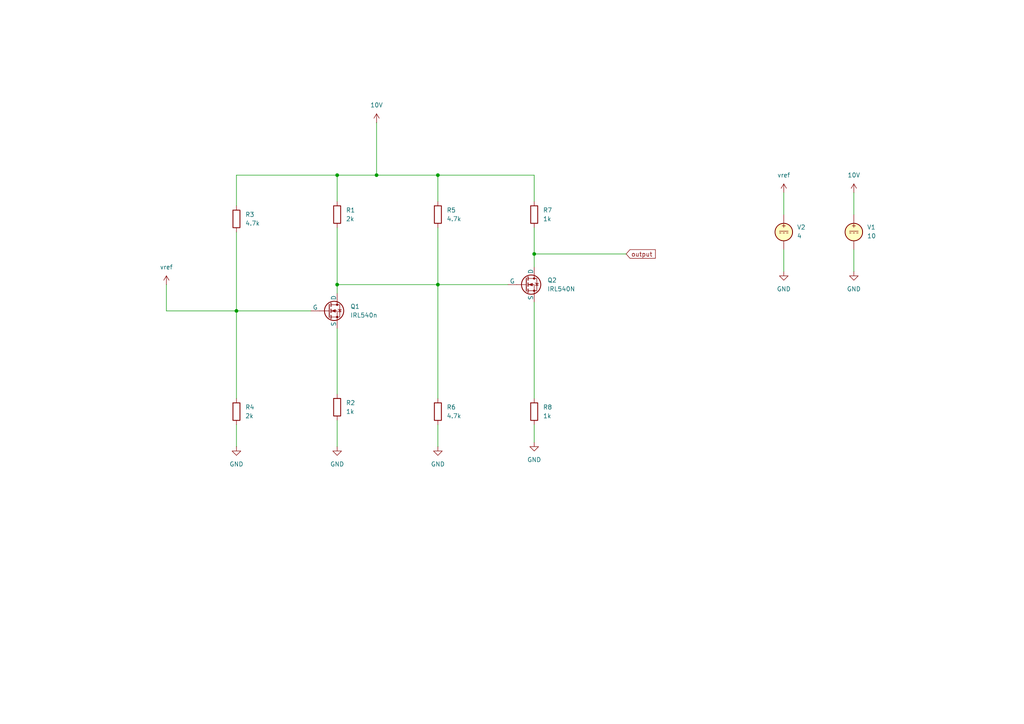
<source format=kicad_sch>
(kicad_sch
	(version 20231120)
	(generator "eeschema")
	(generator_version "8.0")
	(uuid "c7cafd06-2618-4a27-b4ee-9b1c09f6865f")
	(paper "A4")
	(title_block
		(title "ESP_32_MoSFET_ Amplifier")
		(date "2024-03-11")
		(company "R L Jalappa Institute of Technology")
		(comment 1 "batch : 2022")
		(comment 2 "ECE SEM III")
		(comment 3 "K M Yadukrishnan")
		(comment 7 "batch : 2022")
		(comment 8 "ECE SEM III")
		(comment 9 "K M Yadukrishnan")
	)
	(lib_symbols
		(symbol "Device:R"
			(pin_numbers hide)
			(pin_names
				(offset 0)
			)
			(exclude_from_sim no)
			(in_bom yes)
			(on_board yes)
			(property "Reference" "R"
				(at 2.032 0 90)
				(effects
					(font
						(size 1.27 1.27)
					)
				)
			)
			(property "Value" "R"
				(at 0 0 90)
				(effects
					(font
						(size 1.27 1.27)
					)
				)
			)
			(property "Footprint" ""
				(at -1.778 0 90)
				(effects
					(font
						(size 1.27 1.27)
					)
					(hide yes)
				)
			)
			(property "Datasheet" "~"
				(at 0 0 0)
				(effects
					(font
						(size 1.27 1.27)
					)
					(hide yes)
				)
			)
			(property "Description" "Resistor"
				(at 0 0 0)
				(effects
					(font
						(size 1.27 1.27)
					)
					(hide yes)
				)
			)
			(property "ki_keywords" "R res resistor"
				(at 0 0 0)
				(effects
					(font
						(size 1.27 1.27)
					)
					(hide yes)
				)
			)
			(property "ki_fp_filters" "R_*"
				(at 0 0 0)
				(effects
					(font
						(size 1.27 1.27)
					)
					(hide yes)
				)
			)
			(symbol "R_0_1"
				(rectangle
					(start -1.016 -2.54)
					(end 1.016 2.54)
					(stroke
						(width 0.254)
						(type default)
					)
					(fill
						(type none)
					)
				)
			)
			(symbol "R_1_1"
				(pin passive line
					(at 0 3.81 270)
					(length 1.27)
					(name "~"
						(effects
							(font
								(size 1.27 1.27)
							)
						)
					)
					(number "1"
						(effects
							(font
								(size 1.27 1.27)
							)
						)
					)
				)
				(pin passive line
					(at 0 -3.81 90)
					(length 1.27)
					(name "~"
						(effects
							(font
								(size 1.27 1.27)
							)
						)
					)
					(number "2"
						(effects
							(font
								(size 1.27 1.27)
							)
						)
					)
				)
			)
		)
		(symbol "Simulation_SPICE:NMOS"
			(pin_numbers hide)
			(pin_names
				(offset 0)
			)
			(exclude_from_sim no)
			(in_bom yes)
			(on_board yes)
			(property "Reference" "Q"
				(at 5.08 1.27 0)
				(effects
					(font
						(size 1.27 1.27)
					)
					(justify left)
				)
			)
			(property "Value" "NMOS"
				(at 5.08 -1.27 0)
				(effects
					(font
						(size 1.27 1.27)
					)
					(justify left)
				)
			)
			(property "Footprint" ""
				(at 5.08 2.54 0)
				(effects
					(font
						(size 1.27 1.27)
					)
					(hide yes)
				)
			)
			(property "Datasheet" "https://ngspice.sourceforge.io/docs/ngspice-html-manual/manual.xhtml#cha_MOSFETs"
				(at 0 -12.7 0)
				(effects
					(font
						(size 1.27 1.27)
					)
					(hide yes)
				)
			)
			(property "Description" "N-MOSFET transistor, drain/source/gate"
				(at 0 0 0)
				(effects
					(font
						(size 1.27 1.27)
					)
					(hide yes)
				)
			)
			(property "Sim.Device" "NMOS"
				(at 0 -17.145 0)
				(effects
					(font
						(size 1.27 1.27)
					)
					(hide yes)
				)
			)
			(property "Sim.Type" "VDMOS"
				(at 0 -19.05 0)
				(effects
					(font
						(size 1.27 1.27)
					)
					(hide yes)
				)
			)
			(property "Sim.Pins" "1=D 2=G 3=S"
				(at 0 -15.24 0)
				(effects
					(font
						(size 1.27 1.27)
					)
					(hide yes)
				)
			)
			(property "ki_keywords" "transistor NMOS N-MOS N-MOSFET simulation"
				(at 0 0 0)
				(effects
					(font
						(size 1.27 1.27)
					)
					(hide yes)
				)
			)
			(symbol "NMOS_0_1"
				(polyline
					(pts
						(xy 0.254 0) (xy -2.54 0)
					)
					(stroke
						(width 0)
						(type default)
					)
					(fill
						(type none)
					)
				)
				(polyline
					(pts
						(xy 0.254 1.905) (xy 0.254 -1.905)
					)
					(stroke
						(width 0.254)
						(type default)
					)
					(fill
						(type none)
					)
				)
				(polyline
					(pts
						(xy 0.762 -1.27) (xy 0.762 -2.286)
					)
					(stroke
						(width 0.254)
						(type default)
					)
					(fill
						(type none)
					)
				)
				(polyline
					(pts
						(xy 0.762 0.508) (xy 0.762 -0.508)
					)
					(stroke
						(width 0.254)
						(type default)
					)
					(fill
						(type none)
					)
				)
				(polyline
					(pts
						(xy 0.762 2.286) (xy 0.762 1.27)
					)
					(stroke
						(width 0.254)
						(type default)
					)
					(fill
						(type none)
					)
				)
				(polyline
					(pts
						(xy 2.54 2.54) (xy 2.54 1.778)
					)
					(stroke
						(width 0)
						(type default)
					)
					(fill
						(type none)
					)
				)
				(polyline
					(pts
						(xy 2.54 -2.54) (xy 2.54 0) (xy 0.762 0)
					)
					(stroke
						(width 0)
						(type default)
					)
					(fill
						(type none)
					)
				)
				(polyline
					(pts
						(xy 0.762 -1.778) (xy 3.302 -1.778) (xy 3.302 1.778) (xy 0.762 1.778)
					)
					(stroke
						(width 0)
						(type default)
					)
					(fill
						(type none)
					)
				)
				(polyline
					(pts
						(xy 1.016 0) (xy 2.032 0.381) (xy 2.032 -0.381) (xy 1.016 0)
					)
					(stroke
						(width 0)
						(type default)
					)
					(fill
						(type outline)
					)
				)
				(polyline
					(pts
						(xy 2.794 0.508) (xy 2.921 0.381) (xy 3.683 0.381) (xy 3.81 0.254)
					)
					(stroke
						(width 0)
						(type default)
					)
					(fill
						(type none)
					)
				)
				(polyline
					(pts
						(xy 3.302 0.381) (xy 2.921 -0.254) (xy 3.683 -0.254) (xy 3.302 0.381)
					)
					(stroke
						(width 0)
						(type default)
					)
					(fill
						(type none)
					)
				)
				(circle
					(center 1.651 0)
					(radius 2.794)
					(stroke
						(width 0.254)
						(type default)
					)
					(fill
						(type none)
					)
				)
				(circle
					(center 2.54 -1.778)
					(radius 0.254)
					(stroke
						(width 0)
						(type default)
					)
					(fill
						(type outline)
					)
				)
				(circle
					(center 2.54 1.778)
					(radius 0.254)
					(stroke
						(width 0)
						(type default)
					)
					(fill
						(type outline)
					)
				)
			)
			(symbol "NMOS_1_1"
				(pin passive line
					(at 2.54 5.08 270)
					(length 2.54)
					(name "D"
						(effects
							(font
								(size 1.27 1.27)
							)
						)
					)
					(number "1"
						(effects
							(font
								(size 1.27 1.27)
							)
						)
					)
				)
				(pin input line
					(at -5.08 0 0)
					(length 2.54)
					(name "G"
						(effects
							(font
								(size 1.27 1.27)
							)
						)
					)
					(number "2"
						(effects
							(font
								(size 1.27 1.27)
							)
						)
					)
				)
				(pin passive line
					(at 2.54 -5.08 90)
					(length 2.54)
					(name "S"
						(effects
							(font
								(size 1.27 1.27)
							)
						)
					)
					(number "3"
						(effects
							(font
								(size 1.27 1.27)
							)
						)
					)
				)
			)
		)
		(symbol "Simulation_SPICE:VDC"
			(pin_numbers hide)
			(pin_names
				(offset 0.0254)
			)
			(exclude_from_sim no)
			(in_bom yes)
			(on_board yes)
			(property "Reference" "V"
				(at 2.54 2.54 0)
				(effects
					(font
						(size 1.27 1.27)
					)
					(justify left)
				)
			)
			(property "Value" "1"
				(at 2.54 0 0)
				(effects
					(font
						(size 1.27 1.27)
					)
					(justify left)
				)
			)
			(property "Footprint" ""
				(at 0 0 0)
				(effects
					(font
						(size 1.27 1.27)
					)
					(hide yes)
				)
			)
			(property "Datasheet" "https://ngspice.sourceforge.io/docs/ngspice-html-manual/manual.xhtml#sec_Independent_Sources_for"
				(at 0 0 0)
				(effects
					(font
						(size 1.27 1.27)
					)
					(hide yes)
				)
			)
			(property "Description" "Voltage source, DC"
				(at 0 0 0)
				(effects
					(font
						(size 1.27 1.27)
					)
					(hide yes)
				)
			)
			(property "Sim.Pins" "1=+ 2=-"
				(at 0 0 0)
				(effects
					(font
						(size 1.27 1.27)
					)
					(hide yes)
				)
			)
			(property "Sim.Type" "DC"
				(at 0 0 0)
				(effects
					(font
						(size 1.27 1.27)
					)
					(hide yes)
				)
			)
			(property "Sim.Device" "V"
				(at 0 0 0)
				(effects
					(font
						(size 1.27 1.27)
					)
					(justify left)
					(hide yes)
				)
			)
			(property "ki_keywords" "simulation"
				(at 0 0 0)
				(effects
					(font
						(size 1.27 1.27)
					)
					(hide yes)
				)
			)
			(symbol "VDC_0_0"
				(polyline
					(pts
						(xy -1.27 0.254) (xy 1.27 0.254)
					)
					(stroke
						(width 0)
						(type default)
					)
					(fill
						(type none)
					)
				)
				(polyline
					(pts
						(xy -0.762 -0.254) (xy -1.27 -0.254)
					)
					(stroke
						(width 0)
						(type default)
					)
					(fill
						(type none)
					)
				)
				(polyline
					(pts
						(xy 0.254 -0.254) (xy -0.254 -0.254)
					)
					(stroke
						(width 0)
						(type default)
					)
					(fill
						(type none)
					)
				)
				(polyline
					(pts
						(xy 1.27 -0.254) (xy 0.762 -0.254)
					)
					(stroke
						(width 0)
						(type default)
					)
					(fill
						(type none)
					)
				)
				(text "+"
					(at 0 1.905 0)
					(effects
						(font
							(size 1.27 1.27)
						)
					)
				)
			)
			(symbol "VDC_0_1"
				(circle
					(center 0 0)
					(radius 2.54)
					(stroke
						(width 0.254)
						(type default)
					)
					(fill
						(type background)
					)
				)
			)
			(symbol "VDC_1_1"
				(pin passive line
					(at 0 5.08 270)
					(length 2.54)
					(name "~"
						(effects
							(font
								(size 1.27 1.27)
							)
						)
					)
					(number "1"
						(effects
							(font
								(size 1.27 1.27)
							)
						)
					)
				)
				(pin passive line
					(at 0 -5.08 90)
					(length 2.54)
					(name "~"
						(effects
							(font
								(size 1.27 1.27)
							)
						)
					)
					(number "2"
						(effects
							(font
								(size 1.27 1.27)
							)
						)
					)
				)
			)
		)
		(symbol "power:+2V5"
			(power)
			(pin_numbers hide)
			(pin_names
				(offset 0) hide)
			(exclude_from_sim no)
			(in_bom yes)
			(on_board yes)
			(property "Reference" "#PWR"
				(at 0 -3.81 0)
				(effects
					(font
						(size 1.27 1.27)
					)
					(hide yes)
				)
			)
			(property "Value" "+2V5"
				(at 0 3.556 0)
				(effects
					(font
						(size 1.27 1.27)
					)
				)
			)
			(property "Footprint" ""
				(at 0 0 0)
				(effects
					(font
						(size 1.27 1.27)
					)
					(hide yes)
				)
			)
			(property "Datasheet" ""
				(at 0 0 0)
				(effects
					(font
						(size 1.27 1.27)
					)
					(hide yes)
				)
			)
			(property "Description" "Power symbol creates a global label with name \"+2V5\""
				(at 0 0 0)
				(effects
					(font
						(size 1.27 1.27)
					)
					(hide yes)
				)
			)
			(property "ki_keywords" "global power"
				(at 0 0 0)
				(effects
					(font
						(size 1.27 1.27)
					)
					(hide yes)
				)
			)
			(symbol "+2V5_0_1"
				(polyline
					(pts
						(xy -0.762 1.27) (xy 0 2.54)
					)
					(stroke
						(width 0)
						(type default)
					)
					(fill
						(type none)
					)
				)
				(polyline
					(pts
						(xy 0 0) (xy 0 2.54)
					)
					(stroke
						(width 0)
						(type default)
					)
					(fill
						(type none)
					)
				)
				(polyline
					(pts
						(xy 0 2.54) (xy 0.762 1.27)
					)
					(stroke
						(width 0)
						(type default)
					)
					(fill
						(type none)
					)
				)
			)
			(symbol "+2V5_1_1"
				(pin power_in line
					(at 0 0 90)
					(length 0)
					(name "~"
						(effects
							(font
								(size 1.27 1.27)
							)
						)
					)
					(number "1"
						(effects
							(font
								(size 1.27 1.27)
							)
						)
					)
				)
			)
		)
		(symbol "power:GND"
			(power)
			(pin_numbers hide)
			(pin_names
				(offset 0) hide)
			(exclude_from_sim no)
			(in_bom yes)
			(on_board yes)
			(property "Reference" "#PWR"
				(at 0 -6.35 0)
				(effects
					(font
						(size 1.27 1.27)
					)
					(hide yes)
				)
			)
			(property "Value" "GND"
				(at 0 -3.81 0)
				(effects
					(font
						(size 1.27 1.27)
					)
				)
			)
			(property "Footprint" ""
				(at 0 0 0)
				(effects
					(font
						(size 1.27 1.27)
					)
					(hide yes)
				)
			)
			(property "Datasheet" ""
				(at 0 0 0)
				(effects
					(font
						(size 1.27 1.27)
					)
					(hide yes)
				)
			)
			(property "Description" "Power symbol creates a global label with name \"GND\" , ground"
				(at 0 0 0)
				(effects
					(font
						(size 1.27 1.27)
					)
					(hide yes)
				)
			)
			(property "ki_keywords" "global power"
				(at 0 0 0)
				(effects
					(font
						(size 1.27 1.27)
					)
					(hide yes)
				)
			)
			(symbol "GND_0_1"
				(polyline
					(pts
						(xy 0 0) (xy 0 -1.27) (xy 1.27 -1.27) (xy 0 -2.54) (xy -1.27 -1.27) (xy 0 -1.27)
					)
					(stroke
						(width 0)
						(type default)
					)
					(fill
						(type none)
					)
				)
			)
			(symbol "GND_1_1"
				(pin power_in line
					(at 0 0 270)
					(length 0)
					(name "~"
						(effects
							(font
								(size 1.27 1.27)
							)
						)
					)
					(number "1"
						(effects
							(font
								(size 1.27 1.27)
							)
						)
					)
				)
			)
		)
		(symbol "power:VDD"
			(power)
			(pin_numbers hide)
			(pin_names
				(offset 0) hide)
			(exclude_from_sim no)
			(in_bom yes)
			(on_board yes)
			(property "Reference" "#PWR"
				(at 0 -3.81 0)
				(effects
					(font
						(size 1.27 1.27)
					)
					(hide yes)
				)
			)
			(property "Value" "VDD"
				(at 0 3.556 0)
				(effects
					(font
						(size 1.27 1.27)
					)
				)
			)
			(property "Footprint" ""
				(at 0 0 0)
				(effects
					(font
						(size 1.27 1.27)
					)
					(hide yes)
				)
			)
			(property "Datasheet" ""
				(at 0 0 0)
				(effects
					(font
						(size 1.27 1.27)
					)
					(hide yes)
				)
			)
			(property "Description" "Power symbol creates a global label with name \"VDD\""
				(at 0 0 0)
				(effects
					(font
						(size 1.27 1.27)
					)
					(hide yes)
				)
			)
			(property "ki_keywords" "global power"
				(at 0 0 0)
				(effects
					(font
						(size 1.27 1.27)
					)
					(hide yes)
				)
			)
			(symbol "VDD_0_1"
				(polyline
					(pts
						(xy -0.762 1.27) (xy 0 2.54)
					)
					(stroke
						(width 0)
						(type default)
					)
					(fill
						(type none)
					)
				)
				(polyline
					(pts
						(xy 0 0) (xy 0 2.54)
					)
					(stroke
						(width 0)
						(type default)
					)
					(fill
						(type none)
					)
				)
				(polyline
					(pts
						(xy 0 2.54) (xy 0.762 1.27)
					)
					(stroke
						(width 0)
						(type default)
					)
					(fill
						(type none)
					)
				)
			)
			(symbol "VDD_1_1"
				(pin power_in line
					(at 0 0 90)
					(length 0)
					(name "~"
						(effects
							(font
								(size 1.27 1.27)
							)
						)
					)
					(number "1"
						(effects
							(font
								(size 1.27 1.27)
							)
						)
					)
				)
			)
		)
	)
	(junction
		(at 127 82.55)
		(diameter 0)
		(color 0 0 0 0)
		(uuid "6047a21a-37c8-4dcc-9907-808588ee4a23")
	)
	(junction
		(at 97.79 50.8)
		(diameter 0)
		(color 0 0 0 0)
		(uuid "6a339ee2-797f-4395-83cc-2afa4e5a8761")
	)
	(junction
		(at 68.58 90.17)
		(diameter 0)
		(color 0 0 0 0)
		(uuid "92ba31d3-dcd9-4094-b880-308962748ef8")
	)
	(junction
		(at 154.94 73.66)
		(diameter 0)
		(color 0 0 0 0)
		(uuid "9ba0ec7d-6b9d-44d8-85c4-62af0b403818")
	)
	(junction
		(at 97.79 82.55)
		(diameter 0)
		(color 0 0 0 0)
		(uuid "b97f5138-af2b-459a-b2fe-a40326810d61")
	)
	(junction
		(at 109.22 50.8)
		(diameter 0)
		(color 0 0 0 0)
		(uuid "cd777dea-9c7b-447f-9b14-e621d7ed791c")
	)
	(junction
		(at 127 50.8)
		(diameter 0)
		(color 0 0 0 0)
		(uuid "eb834942-743e-490e-b3d1-05fb50aa0117")
	)
	(wire
		(pts
			(xy 97.79 82.55) (xy 97.79 85.09)
		)
		(stroke
			(width 0)
			(type default)
		)
		(uuid "018bd894-bf6b-4b12-ab97-fb4699705adc")
	)
	(wire
		(pts
			(xy 154.94 123.19) (xy 154.94 128.27)
		)
		(stroke
			(width 0)
			(type default)
		)
		(uuid "1510c31c-12e7-4a6b-a33a-8f46552b9088")
	)
	(wire
		(pts
			(xy 68.58 67.31) (xy 68.58 90.17)
		)
		(stroke
			(width 0)
			(type default)
		)
		(uuid "21fc560b-61c0-40f6-a476-c8d4d908d587")
	)
	(wire
		(pts
			(xy 97.79 50.8) (xy 109.22 50.8)
		)
		(stroke
			(width 0)
			(type default)
		)
		(uuid "252d6ffa-607d-48db-be3b-090fc19fbad7")
	)
	(wire
		(pts
			(xy 68.58 90.17) (xy 90.17 90.17)
		)
		(stroke
			(width 0)
			(type default)
		)
		(uuid "25369340-e6c3-4e04-bc87-038ebedec77c")
	)
	(wire
		(pts
			(xy 147.32 82.55) (xy 127 82.55)
		)
		(stroke
			(width 0)
			(type default)
		)
		(uuid "316514bf-a36f-44ff-9bfc-780d6daa4a4c")
	)
	(wire
		(pts
			(xy 97.79 58.42) (xy 97.79 50.8)
		)
		(stroke
			(width 0)
			(type default)
		)
		(uuid "3a634167-4299-4cd9-941e-bec105d28a0b")
	)
	(wire
		(pts
			(xy 48.26 90.17) (xy 68.58 90.17)
		)
		(stroke
			(width 0)
			(type default)
		)
		(uuid "44140d9f-00bc-4121-a409-887fbadcd71b")
	)
	(wire
		(pts
			(xy 227.33 55.88) (xy 227.33 62.23)
		)
		(stroke
			(width 0)
			(type default)
		)
		(uuid "477a11a8-46bc-49e8-8044-70ec78137dab")
	)
	(wire
		(pts
			(xy 68.58 50.8) (xy 97.79 50.8)
		)
		(stroke
			(width 0)
			(type default)
		)
		(uuid "610d407f-b2d8-402d-b0f9-c295ef68a809")
	)
	(wire
		(pts
			(xy 127 82.55) (xy 127 115.57)
		)
		(stroke
			(width 0)
			(type default)
		)
		(uuid "834cbb7a-b63b-4eb6-b84a-26c8363dbe50")
	)
	(wire
		(pts
			(xy 154.94 73.66) (xy 181.61 73.66)
		)
		(stroke
			(width 0)
			(type default)
		)
		(uuid "9049c389-fe44-48d1-afd5-a07e9f91fc3a")
	)
	(wire
		(pts
			(xy 154.94 73.66) (xy 154.94 77.47)
		)
		(stroke
			(width 0)
			(type default)
		)
		(uuid "94630632-3c01-4d3b-9e9e-92ca37f07793")
	)
	(wire
		(pts
			(xy 97.79 95.25) (xy 97.79 114.3)
		)
		(stroke
			(width 0)
			(type default)
		)
		(uuid "95e60247-b4f5-4df1-b5fd-dc3267c6f45f")
	)
	(wire
		(pts
			(xy 154.94 50.8) (xy 127 50.8)
		)
		(stroke
			(width 0)
			(type default)
		)
		(uuid "9703a630-d029-4ae1-ba49-1abc8cb210ea")
	)
	(wire
		(pts
			(xy 68.58 123.19) (xy 68.58 129.54)
		)
		(stroke
			(width 0)
			(type default)
		)
		(uuid "99f60751-385b-4af1-bd09-0eefbd552ff3")
	)
	(wire
		(pts
			(xy 154.94 66.04) (xy 154.94 73.66)
		)
		(stroke
			(width 0)
			(type default)
		)
		(uuid "9af483eb-87dc-4f06-9a08-99a0ee319643")
	)
	(wire
		(pts
			(xy 247.65 72.39) (xy 247.65 78.74)
		)
		(stroke
			(width 0)
			(type default)
		)
		(uuid "9d0219c7-c45a-49d3-af39-4c2bf7902e42")
	)
	(wire
		(pts
			(xy 127 82.55) (xy 97.79 82.55)
		)
		(stroke
			(width 0)
			(type default)
		)
		(uuid "9d81f2d7-9ff2-4bcf-96d2-e1684020ee63")
	)
	(wire
		(pts
			(xy 227.33 72.39) (xy 227.33 78.74)
		)
		(stroke
			(width 0)
			(type default)
		)
		(uuid "a1a3ddee-e206-4a58-a598-8aa6d48e5c4e")
	)
	(wire
		(pts
			(xy 109.22 35.56) (xy 109.22 50.8)
		)
		(stroke
			(width 0)
			(type default)
		)
		(uuid "ae5fc8ba-f0e6-4806-9318-c1d5eee2c109")
	)
	(wire
		(pts
			(xy 154.94 58.42) (xy 154.94 50.8)
		)
		(stroke
			(width 0)
			(type default)
		)
		(uuid "b063e0b5-7cd5-4f4b-8b3b-15df6a870100")
	)
	(wire
		(pts
			(xy 247.65 55.88) (xy 247.65 62.23)
		)
		(stroke
			(width 0)
			(type default)
		)
		(uuid "b74541ec-2e99-4e73-9a62-da9616beb300")
	)
	(wire
		(pts
			(xy 68.58 90.17) (xy 68.58 115.57)
		)
		(stroke
			(width 0)
			(type default)
		)
		(uuid "b8621847-461a-4bc4-b1ee-bb1ddf08d94b")
	)
	(wire
		(pts
			(xy 68.58 50.8) (xy 68.58 59.69)
		)
		(stroke
			(width 0)
			(type default)
		)
		(uuid "bfdcbce0-ba56-4fe6-9d8e-42ae223efa45")
	)
	(wire
		(pts
			(xy 109.22 50.8) (xy 127 50.8)
		)
		(stroke
			(width 0)
			(type default)
		)
		(uuid "c6fb1236-60ec-40bc-bea4-cf2330759f03")
	)
	(wire
		(pts
			(xy 48.26 82.55) (xy 48.26 90.17)
		)
		(stroke
			(width 0)
			(type default)
		)
		(uuid "caf550fd-f122-47d3-9f1e-5d48f3e64c97")
	)
	(wire
		(pts
			(xy 127 66.04) (xy 127 82.55)
		)
		(stroke
			(width 0)
			(type default)
		)
		(uuid "db39e514-98c8-403c-99a4-21be6f1e206a")
	)
	(wire
		(pts
			(xy 97.79 121.92) (xy 97.79 129.54)
		)
		(stroke
			(width 0)
			(type default)
		)
		(uuid "dfd8d477-6b2f-4211-b6a0-f617089f3118")
	)
	(wire
		(pts
			(xy 127 58.42) (xy 127 50.8)
		)
		(stroke
			(width 0)
			(type default)
		)
		(uuid "ecadbdac-38dd-4f0e-b8e5-4278c6676f02")
	)
	(wire
		(pts
			(xy 97.79 66.04) (xy 97.79 82.55)
		)
		(stroke
			(width 0)
			(type default)
		)
		(uuid "f5eefb06-a42d-4485-bf85-51f3b696c44c")
	)
	(wire
		(pts
			(xy 127 123.19) (xy 127 129.54)
		)
		(stroke
			(width 0)
			(type default)
		)
		(uuid "f74cde91-d2d6-461e-97c3-af2311357442")
	)
	(wire
		(pts
			(xy 154.94 87.63) (xy 154.94 115.57)
		)
		(stroke
			(width 0)
			(type default)
		)
		(uuid "f867f8ff-56b5-476c-84d3-1e5bceabf764")
	)
	(global_label "output"
		(shape input)
		(at 181.61 73.66 0)
		(fields_autoplaced yes)
		(effects
			(font
				(size 1.27 1.27)
			)
			(justify left)
		)
		(uuid "ac9b58a5-2665-406a-8850-0e36cc187f4e")
		(property "Intersheetrefs" "${INTERSHEET_REFS}"
			(at 190.6426 73.66 0)
			(effects
				(font
					(size 1.27 1.27)
				)
				(justify left)
				(hide yes)
			)
		)
	)
	(symbol
		(lib_id "Simulation_SPICE:VDC")
		(at 247.65 67.31 0)
		(unit 1)
		(exclude_from_sim no)
		(in_bom yes)
		(on_board yes)
		(dnp no)
		(fields_autoplaced yes)
		(uuid "084d22b8-0c12-458f-87b8-97fea805f5bf")
		(property "Reference" "V1"
			(at 251.46 65.9101 0)
			(effects
				(font
					(size 1.27 1.27)
				)
				(justify left)
			)
		)
		(property "Value" "10"
			(at 251.46 68.4501 0)
			(effects
				(font
					(size 1.27 1.27)
				)
				(justify left)
			)
		)
		(property "Footprint" ""
			(at 247.65 67.31 0)
			(effects
				(font
					(size 1.27 1.27)
				)
				(hide yes)
			)
		)
		(property "Datasheet" "https://ngspice.sourceforge.io/docs/ngspice-html-manual/manual.xhtml#sec_Independent_Sources_for"
			(at 247.65 67.31 0)
			(effects
				(font
					(size 1.27 1.27)
				)
				(hide yes)
			)
		)
		(property "Description" "Voltage source, DC"
			(at 247.65 67.31 0)
			(effects
				(font
					(size 1.27 1.27)
				)
				(hide yes)
			)
		)
		(property "Sim.Pins" "1=+ 2=-"
			(at 247.65 67.31 0)
			(effects
				(font
					(size 1.27 1.27)
				)
				(hide yes)
			)
		)
		(property "Sim.Type" "DC"
			(at 247.65 67.31 0)
			(effects
				(font
					(size 1.27 1.27)
				)
				(hide yes)
			)
		)
		(property "Sim.Device" "V"
			(at 247.65 67.31 0)
			(effects
				(font
					(size 1.27 1.27)
				)
				(justify left)
				(hide yes)
			)
		)
		(pin "1"
			(uuid "23cf9f1c-5f19-4ead-9579-fbe64cffb2b9")
		)
		(pin "2"
			(uuid "670f9c2a-9a5b-4599-a0a6-1316148c73bc")
		)
		(instances
			(project "trial"
				(path "/c7cafd06-2618-4a27-b4ee-9b1c09f6865f"
					(reference "V1")
					(unit 1)
				)
			)
		)
	)
	(symbol
		(lib_id "power:+2V5")
		(at 48.26 82.55 0)
		(unit 1)
		(exclude_from_sim no)
		(in_bom yes)
		(on_board yes)
		(dnp no)
		(fields_autoplaced yes)
		(uuid "13b6f9b1-29ca-4c38-9409-306cd0af3f8d")
		(property "Reference" "#PWR02"
			(at 48.26 86.36 0)
			(effects
				(font
					(size 1.27 1.27)
				)
				(hide yes)
			)
		)
		(property "Value" "vref"
			(at 48.26 77.47 0)
			(effects
				(font
					(size 1.27 1.27)
				)
			)
		)
		(property "Footprint" ""
			(at 48.26 82.55 0)
			(effects
				(font
					(size 1.27 1.27)
				)
				(hide yes)
			)
		)
		(property "Datasheet" ""
			(at 48.26 82.55 0)
			(effects
				(font
					(size 1.27 1.27)
				)
				(hide yes)
			)
		)
		(property "Description" "Power symbol creates a global label with name \"+2V5\""
			(at 48.26 82.55 0)
			(effects
				(font
					(size 1.27 1.27)
				)
				(hide yes)
			)
		)
		(pin "1"
			(uuid "64a06681-ebb2-489b-bf40-6dae7975d485")
		)
		(instances
			(project "trial"
				(path "/c7cafd06-2618-4a27-b4ee-9b1c09f6865f"
					(reference "#PWR02")
					(unit 1)
				)
			)
		)
	)
	(symbol
		(lib_id "Device:R")
		(at 68.58 63.5 0)
		(unit 1)
		(exclude_from_sim no)
		(in_bom yes)
		(on_board yes)
		(dnp no)
		(fields_autoplaced yes)
		(uuid "1bf3db98-0656-4024-80f7-e1ee98c73f3b")
		(property "Reference" "R3"
			(at 71.12 62.2299 0)
			(effects
				(font
					(size 1.27 1.27)
				)
				(justify left)
			)
		)
		(property "Value" "4.7k"
			(at 71.12 64.7699 0)
			(effects
				(font
					(size 1.27 1.27)
				)
				(justify left)
			)
		)
		(property "Footprint" ""
			(at 66.802 63.5 90)
			(effects
				(font
					(size 1.27 1.27)
				)
				(hide yes)
			)
		)
		(property "Datasheet" "~"
			(at 68.58 63.5 0)
			(effects
				(font
					(size 1.27 1.27)
				)
				(hide yes)
			)
		)
		(property "Description" "Resistor"
			(at 68.58 63.5 0)
			(effects
				(font
					(size 1.27 1.27)
				)
				(hide yes)
			)
		)
		(pin "1"
			(uuid "ef3e32fe-e5f9-4f80-ade4-57a35cfc8f98")
		)
		(pin "2"
			(uuid "b4f21bc1-be66-4ec1-ad36-d01e4f46fe29")
		)
		(instances
			(project "trial"
				(path "/c7cafd06-2618-4a27-b4ee-9b1c09f6865f"
					(reference "R3")
					(unit 1)
				)
			)
		)
	)
	(symbol
		(lib_id "power:GND")
		(at 68.58 129.54 0)
		(unit 1)
		(exclude_from_sim no)
		(in_bom yes)
		(on_board yes)
		(dnp no)
		(fields_autoplaced yes)
		(uuid "1c46e3f5-53ca-464e-bc52-01ae8931c066")
		(property "Reference" "#PWR01"
			(at 68.58 135.89 0)
			(effects
				(font
					(size 1.27 1.27)
				)
				(hide yes)
			)
		)
		(property "Value" "GND"
			(at 68.58 134.62 0)
			(effects
				(font
					(size 1.27 1.27)
				)
			)
		)
		(property "Footprint" ""
			(at 68.58 129.54 0)
			(effects
				(font
					(size 1.27 1.27)
				)
				(hide yes)
			)
		)
		(property "Datasheet" ""
			(at 68.58 129.54 0)
			(effects
				(font
					(size 1.27 1.27)
				)
				(hide yes)
			)
		)
		(property "Description" "Power symbol creates a global label with name \"GND\" , ground"
			(at 68.58 129.54 0)
			(effects
				(font
					(size 1.27 1.27)
				)
				(hide yes)
			)
		)
		(pin "1"
			(uuid "3d278ea2-c574-4ecb-a967-8fe4b318cdbc")
		)
		(instances
			(project "trial"
				(path "/c7cafd06-2618-4a27-b4ee-9b1c09f6865f"
					(reference "#PWR01")
					(unit 1)
				)
			)
		)
	)
	(symbol
		(lib_id "power:VDD")
		(at 109.22 35.56 0)
		(unit 1)
		(exclude_from_sim no)
		(in_bom yes)
		(on_board yes)
		(dnp no)
		(fields_autoplaced yes)
		(uuid "257fc9a7-6455-42c8-a757-52b429cc0ba3")
		(property "Reference" "#PWR0101"
			(at 109.22 39.37 0)
			(effects
				(font
					(size 1.27 1.27)
				)
				(hide yes)
			)
		)
		(property "Value" "10V"
			(at 109.22 30.48 0)
			(effects
				(font
					(size 1.27 1.27)
				)
			)
		)
		(property "Footprint" ""
			(at 109.22 35.56 0)
			(effects
				(font
					(size 1.27 1.27)
				)
				(hide yes)
			)
		)
		(property "Datasheet" ""
			(at 109.22 35.56 0)
			(effects
				(font
					(size 1.27 1.27)
				)
				(hide yes)
			)
		)
		(property "Description" "Power symbol creates a global label with name \"VDD\""
			(at 109.22 35.56 0)
			(effects
				(font
					(size 1.27 1.27)
				)
				(hide yes)
			)
		)
		(pin "1"
			(uuid "302eac51-b846-486b-bb34-865bb5076648")
		)
		(instances
			(project "trial"
				(path "/c7cafd06-2618-4a27-b4ee-9b1c09f6865f"
					(reference "#PWR0101")
					(unit 1)
				)
			)
		)
	)
	(symbol
		(lib_id "Device:R")
		(at 154.94 62.23 0)
		(unit 1)
		(exclude_from_sim no)
		(in_bom yes)
		(on_board yes)
		(dnp no)
		(fields_autoplaced yes)
		(uuid "35263af9-a55a-434b-ae28-44aff37ba2b8")
		(property "Reference" "R7"
			(at 157.48 60.9599 0)
			(effects
				(font
					(size 1.27 1.27)
				)
				(justify left)
			)
		)
		(property "Value" "1k"
			(at 157.48 63.4999 0)
			(effects
				(font
					(size 1.27 1.27)
				)
				(justify left)
			)
		)
		(property "Footprint" ""
			(at 153.162 62.23 90)
			(effects
				(font
					(size 1.27 1.27)
				)
				(hide yes)
			)
		)
		(property "Datasheet" "~"
			(at 154.94 62.23 0)
			(effects
				(font
					(size 1.27 1.27)
				)
				(hide yes)
			)
		)
		(property "Description" "Resistor"
			(at 154.94 62.23 0)
			(effects
				(font
					(size 1.27 1.27)
				)
				(hide yes)
			)
		)
		(pin "2"
			(uuid "f8be7d6f-93a5-4754-9846-1a70dc608d33")
		)
		(pin "1"
			(uuid "5c051282-e237-4133-85b3-3ab0f488d04b")
		)
		(instances
			(project "trial"
				(path "/c7cafd06-2618-4a27-b4ee-9b1c09f6865f"
					(reference "R7")
					(unit 1)
				)
			)
		)
	)
	(symbol
		(lib_id "Simulation_SPICE:NMOS")
		(at 152.4 82.55 0)
		(unit 1)
		(exclude_from_sim no)
		(in_bom yes)
		(on_board yes)
		(dnp no)
		(fields_autoplaced yes)
		(uuid "36a9d4c1-d740-4c9c-b98c-465cf8ce6b3b")
		(property "Reference" "Q2"
			(at 158.75 81.2799 0)
			(effects
				(font
					(size 1.27 1.27)
				)
				(justify left)
			)
		)
		(property "Value" "IRL540N"
			(at 158.75 83.8199 0)
			(effects
				(font
					(size 1.27 1.27)
				)
				(justify left)
			)
		)
		(property "Footprint" ""
			(at 157.48 80.01 0)
			(effects
				(font
					(size 1.27 1.27)
				)
				(hide yes)
			)
		)
		(property "Datasheet" "https://ngspice.sourceforge.io/docs/ngspice-html-manual/manual.xhtml#cha_MOSFETs"
			(at 152.4 95.25 0)
			(effects
				(font
					(size 1.27 1.27)
				)
				(hide yes)
			)
		)
		(property "Description" "N-MOSFET transistor, drain/source/gate"
			(at 152.4 82.55 0)
			(effects
				(font
					(size 1.27 1.27)
				)
				(hide yes)
			)
		)
		(property "Sim.Device" "NMOS"
			(at 152.4 99.695 0)
			(effects
				(font
					(size 1.27 1.27)
				)
				(hide yes)
			)
		)
		(property "Sim.Type" "VDMOS"
			(at 152.4 101.6 0)
			(effects
				(font
					(size 1.27 1.27)
				)
				(hide yes)
			)
		)
		(property "Sim.Pins" "1=D 2=G 3=S"
			(at 152.4 97.79 0)
			(effects
				(font
					(size 1.27 1.27)
				)
				(hide yes)
			)
		)
		(pin "2"
			(uuid "68942839-d3dc-4a17-adfa-822ef0ea9677")
		)
		(pin "3"
			(uuid "179c9dd7-6ea9-4d6e-bcc1-356b3b0803ae")
		)
		(pin "1"
			(uuid "41f63db3-5426-4b4e-adab-356b7d7587b0")
		)
		(instances
			(project "trial"
				(path "/c7cafd06-2618-4a27-b4ee-9b1c09f6865f"
					(reference "Q2")
					(unit 1)
				)
			)
		)
	)
	(symbol
		(lib_id "Device:R")
		(at 127 119.38 0)
		(unit 1)
		(exclude_from_sim no)
		(in_bom yes)
		(on_board yes)
		(dnp no)
		(fields_autoplaced yes)
		(uuid "3eebab0a-00d0-4413-af7b-a984b46b7513")
		(property "Reference" "R6"
			(at 129.54 118.1099 0)
			(effects
				(font
					(size 1.27 1.27)
				)
				(justify left)
			)
		)
		(property "Value" "4.7k"
			(at 129.54 120.6499 0)
			(effects
				(font
					(size 1.27 1.27)
				)
				(justify left)
			)
		)
		(property "Footprint" ""
			(at 125.222 119.38 90)
			(effects
				(font
					(size 1.27 1.27)
				)
				(hide yes)
			)
		)
		(property "Datasheet" "~"
			(at 127 119.38 0)
			(effects
				(font
					(size 1.27 1.27)
				)
				(hide yes)
			)
		)
		(property "Description" "Resistor"
			(at 127 119.38 0)
			(effects
				(font
					(size 1.27 1.27)
				)
				(hide yes)
			)
		)
		(pin "2"
			(uuid "1cbf0681-ae8e-43e5-8b22-d28588e64b52")
		)
		(pin "1"
			(uuid "77b9e880-4801-4cd1-8cca-63640439f4f0")
		)
		(instances
			(project "trial"
				(path "/c7cafd06-2618-4a27-b4ee-9b1c09f6865f"
					(reference "R6")
					(unit 1)
				)
			)
		)
	)
	(symbol
		(lib_id "Device:R")
		(at 68.58 119.38 0)
		(unit 1)
		(exclude_from_sim no)
		(in_bom yes)
		(on_board yes)
		(dnp no)
		(fields_autoplaced yes)
		(uuid "78961693-aae0-40ba-a626-3c227bb0b9ce")
		(property "Reference" "R4"
			(at 71.12 118.1099 0)
			(effects
				(font
					(size 1.27 1.27)
				)
				(justify left)
			)
		)
		(property "Value" "2k"
			(at 71.12 120.6499 0)
			(effects
				(font
					(size 1.27 1.27)
				)
				(justify left)
			)
		)
		(property "Footprint" ""
			(at 66.802 119.38 90)
			(effects
				(font
					(size 1.27 1.27)
				)
				(hide yes)
			)
		)
		(property "Datasheet" "~"
			(at 68.58 119.38 0)
			(effects
				(font
					(size 1.27 1.27)
				)
				(hide yes)
			)
		)
		(property "Description" "Resistor"
			(at 68.58 119.38 0)
			(effects
				(font
					(size 1.27 1.27)
				)
				(hide yes)
			)
		)
		(pin "1"
			(uuid "5d4cc143-c378-4dc6-a523-23b17c7c8f28")
		)
		(pin "2"
			(uuid "60914109-d850-4441-818d-450094852db6")
		)
		(instances
			(project "trial"
				(path "/c7cafd06-2618-4a27-b4ee-9b1c09f6865f"
					(reference "R4")
					(unit 1)
				)
			)
		)
	)
	(symbol
		(lib_id "power:GND")
		(at 127 129.54 0)
		(unit 1)
		(exclude_from_sim no)
		(in_bom no)
		(on_board yes)
		(dnp no)
		(fields_autoplaced yes)
		(uuid "79b0aea2-69b6-421f-b431-58edd329ca79")
		(property "Reference" "#PWR0103"
			(at 127 135.89 0)
			(effects
				(font
					(size 1.27 1.27)
				)
				(hide yes)
			)
		)
		(property "Value" "GND"
			(at 127 134.62 0)
			(effects
				(font
					(size 1.27 1.27)
				)
			)
		)
		(property "Footprint" ""
			(at 127 129.54 0)
			(effects
				(font
					(size 1.27 1.27)
				)
				(hide yes)
			)
		)
		(property "Datasheet" ""
			(at 127 129.54 0)
			(effects
				(font
					(size 1.27 1.27)
				)
				(hide yes)
			)
		)
		(property "Description" "Power symbol creates a global label with name \"GND\" , ground"
			(at 127 129.54 0)
			(effects
				(font
					(size 1.27 1.27)
				)
				(hide yes)
			)
		)
		(pin "1"
			(uuid "74659d36-a5be-4b7f-a2ed-a7005fc76ab6")
		)
		(instances
			(project "trial"
				(path "/c7cafd06-2618-4a27-b4ee-9b1c09f6865f"
					(reference "#PWR0103")
					(unit 1)
				)
			)
		)
	)
	(symbol
		(lib_id "power:GND")
		(at 154.94 128.27 0)
		(unit 1)
		(exclude_from_sim no)
		(in_bom yes)
		(on_board yes)
		(dnp no)
		(fields_autoplaced yes)
		(uuid "7b64b89b-6466-47e6-b92f-1fe4640e35cc")
		(property "Reference" "#PWR0104"
			(at 154.94 134.62 0)
			(effects
				(font
					(size 1.27 1.27)
				)
				(hide yes)
			)
		)
		(property "Value" "GND"
			(at 154.94 133.35 0)
			(effects
				(font
					(size 1.27 1.27)
				)
			)
		)
		(property "Footprint" ""
			(at 154.94 128.27 0)
			(effects
				(font
					(size 1.27 1.27)
				)
				(hide yes)
			)
		)
		(property "Datasheet" ""
			(at 154.94 128.27 0)
			(effects
				(font
					(size 1.27 1.27)
				)
				(hide yes)
			)
		)
		(property "Description" "Power symbol creates a global label with name \"GND\" , ground"
			(at 154.94 128.27 0)
			(effects
				(font
					(size 1.27 1.27)
				)
				(hide yes)
			)
		)
		(pin "1"
			(uuid "3ac544a1-c4fa-4648-982b-516186893ae7")
		)
		(instances
			(project "trial"
				(path "/c7cafd06-2618-4a27-b4ee-9b1c09f6865f"
					(reference "#PWR0104")
					(unit 1)
				)
			)
		)
	)
	(symbol
		(lib_id "power:GND")
		(at 97.79 129.54 0)
		(unit 1)
		(exclude_from_sim no)
		(in_bom yes)
		(on_board yes)
		(dnp no)
		(fields_autoplaced yes)
		(uuid "8945f0db-df20-4d2e-8f2b-bae0c83893a7")
		(property "Reference" "#PWR0102"
			(at 97.79 135.89 0)
			(effects
				(font
					(size 1.27 1.27)
				)
				(hide yes)
			)
		)
		(property "Value" "GND"
			(at 97.79 134.62 0)
			(effects
				(font
					(size 1.27 1.27)
				)
			)
		)
		(property "Footprint" ""
			(at 97.79 129.54 0)
			(effects
				(font
					(size 1.27 1.27)
				)
				(hide yes)
			)
		)
		(property "Datasheet" ""
			(at 97.79 129.54 0)
			(effects
				(font
					(size 1.27 1.27)
				)
				(hide yes)
			)
		)
		(property "Description" "Power symbol creates a global label with name \"GND\" , ground"
			(at 97.79 129.54 0)
			(effects
				(font
					(size 1.27 1.27)
				)
				(hide yes)
			)
		)
		(pin "1"
			(uuid "5b32c059-517d-4dbe-8359-858f0b470950")
		)
		(instances
			(project "trial"
				(path "/c7cafd06-2618-4a27-b4ee-9b1c09f6865f"
					(reference "#PWR0102")
					(unit 1)
				)
			)
		)
	)
	(symbol
		(lib_id "power:VDD")
		(at 247.65 55.88 0)
		(unit 1)
		(exclude_from_sim no)
		(in_bom yes)
		(on_board yes)
		(dnp no)
		(fields_autoplaced yes)
		(uuid "9a27b9b2-6dda-49e7-862e-a5bf55ee54d1")
		(property "Reference" "#PWR0106"
			(at 247.65 59.69 0)
			(effects
				(font
					(size 1.27 1.27)
				)
				(hide yes)
			)
		)
		(property "Value" "10V"
			(at 247.65 50.8 0)
			(effects
				(font
					(size 1.27 1.27)
				)
			)
		)
		(property "Footprint" ""
			(at 247.65 55.88 0)
			(effects
				(font
					(size 1.27 1.27)
				)
				(hide yes)
			)
		)
		(property "Datasheet" ""
			(at 247.65 55.88 0)
			(effects
				(font
					(size 1.27 1.27)
				)
				(hide yes)
			)
		)
		(property "Description" "Power symbol creates a global label with name \"VDD\""
			(at 247.65 55.88 0)
			(effects
				(font
					(size 1.27 1.27)
				)
				(hide yes)
			)
		)
		(pin "1"
			(uuid "2999a118-6669-429b-8aab-8e9bee5d1377")
		)
		(instances
			(project "trial"
				(path "/c7cafd06-2618-4a27-b4ee-9b1c09f6865f"
					(reference "#PWR0106")
					(unit 1)
				)
			)
		)
	)
	(symbol
		(lib_id "Device:R")
		(at 154.94 119.38 0)
		(unit 1)
		(exclude_from_sim no)
		(in_bom yes)
		(on_board yes)
		(dnp no)
		(fields_autoplaced yes)
		(uuid "9dd0c758-14c3-4d84-b6b3-e400a4b6f6dd")
		(property "Reference" "R8"
			(at 157.48 118.1099 0)
			(effects
				(font
					(size 1.27 1.27)
				)
				(justify left)
			)
		)
		(property "Value" "1k"
			(at 157.48 120.6499 0)
			(effects
				(font
					(size 1.27 1.27)
				)
				(justify left)
			)
		)
		(property "Footprint" ""
			(at 153.162 119.38 90)
			(effects
				(font
					(size 1.27 1.27)
				)
				(hide yes)
			)
		)
		(property "Datasheet" "~"
			(at 154.94 119.38 0)
			(effects
				(font
					(size 1.27 1.27)
				)
				(hide yes)
			)
		)
		(property "Description" "Resistor"
			(at 154.94 119.38 0)
			(effects
				(font
					(size 1.27 1.27)
				)
				(hide yes)
			)
		)
		(pin "2"
			(uuid "2c78890a-ef03-4f17-92db-b1a011507725")
		)
		(pin "1"
			(uuid "738fafb3-9d5b-4730-ab3e-18f140852c7e")
		)
		(instances
			(project "trial"
				(path "/c7cafd06-2618-4a27-b4ee-9b1c09f6865f"
					(reference "R8")
					(unit 1)
				)
			)
		)
	)
	(symbol
		(lib_id "power:GND")
		(at 247.65 78.74 0)
		(unit 1)
		(exclude_from_sim no)
		(in_bom yes)
		(on_board yes)
		(dnp no)
		(fields_autoplaced yes)
		(uuid "a78cf197-04f8-43ce-a70e-1edcf6aa88ad")
		(property "Reference" "#PWR0105"
			(at 247.65 85.09 0)
			(effects
				(font
					(size 1.27 1.27)
				)
				(hide yes)
			)
		)
		(property "Value" "GND"
			(at 247.65 83.82 0)
			(effects
				(font
					(size 1.27 1.27)
				)
			)
		)
		(property "Footprint" ""
			(at 247.65 78.74 0)
			(effects
				(font
					(size 1.27 1.27)
				)
				(hide yes)
			)
		)
		(property "Datasheet" ""
			(at 247.65 78.74 0)
			(effects
				(font
					(size 1.27 1.27)
				)
				(hide yes)
			)
		)
		(property "Description" "Power symbol creates a global label with name \"GND\" , ground"
			(at 247.65 78.74 0)
			(effects
				(font
					(size 1.27 1.27)
				)
				(hide yes)
			)
		)
		(pin "1"
			(uuid "a2630903-63e5-4df7-ae2f-68f28afd6830")
		)
		(instances
			(project "trial"
				(path "/c7cafd06-2618-4a27-b4ee-9b1c09f6865f"
					(reference "#PWR0105")
					(unit 1)
				)
			)
		)
	)
	(symbol
		(lib_id "Device:R")
		(at 97.79 62.23 0)
		(unit 1)
		(exclude_from_sim no)
		(in_bom yes)
		(on_board yes)
		(dnp no)
		(fields_autoplaced yes)
		(uuid "aa59383c-3e11-4b63-b99b-144cf5094f39")
		(property "Reference" "R1"
			(at 100.33 60.9599 0)
			(effects
				(font
					(size 1.27 1.27)
				)
				(justify left)
			)
		)
		(property "Value" "2k"
			(at 100.33 63.4999 0)
			(effects
				(font
					(size 1.27 1.27)
				)
				(justify left)
			)
		)
		(property "Footprint" ""
			(at 96.012 62.23 90)
			(effects
				(font
					(size 1.27 1.27)
				)
				(hide yes)
			)
		)
		(property "Datasheet" "~"
			(at 97.79 62.23 0)
			(effects
				(font
					(size 1.27 1.27)
				)
				(hide yes)
			)
		)
		(property "Description" "Resistor"
			(at 97.79 62.23 0)
			(effects
				(font
					(size 1.27 1.27)
				)
				(hide yes)
			)
		)
		(pin "1"
			(uuid "98a3d473-6c85-4bc4-8f00-b7cbe429e197")
		)
		(pin "2"
			(uuid "57404c39-ba8d-44db-aaa3-d35d7c50df73")
		)
		(instances
			(project "trial"
				(path "/c7cafd06-2618-4a27-b4ee-9b1c09f6865f"
					(reference "R1")
					(unit 1)
				)
			)
		)
	)
	(symbol
		(lib_id "Simulation_SPICE:VDC")
		(at 227.33 67.31 0)
		(unit 1)
		(exclude_from_sim no)
		(in_bom yes)
		(on_board yes)
		(dnp no)
		(fields_autoplaced yes)
		(uuid "c478c752-6f6f-4122-a93b-a75d838bbfa0")
		(property "Reference" "V2"
			(at 231.14 65.9101 0)
			(effects
				(font
					(size 1.27 1.27)
				)
				(justify left)
			)
		)
		(property "Value" "4"
			(at 231.14 68.4501 0)
			(effects
				(font
					(size 1.27 1.27)
				)
				(justify left)
			)
		)
		(property "Footprint" ""
			(at 227.33 67.31 0)
			(effects
				(font
					(size 1.27 1.27)
				)
				(hide yes)
			)
		)
		(property "Datasheet" "https://ngspice.sourceforge.io/docs/ngspice-html-manual/manual.xhtml#sec_Independent_Sources_for"
			(at 227.33 67.31 0)
			(effects
				(font
					(size 1.27 1.27)
				)
				(hide yes)
			)
		)
		(property "Description" "Voltage source, DC"
			(at 227.33 67.31 0)
			(effects
				(font
					(size 1.27 1.27)
				)
				(hide yes)
			)
		)
		(property "Sim.Pins" "1=+ 2=-"
			(at 227.33 67.31 0)
			(effects
				(font
					(size 1.27 1.27)
				)
				(hide yes)
			)
		)
		(property "Sim.Type" "DC"
			(at 227.33 67.31 0)
			(effects
				(font
					(size 1.27 1.27)
				)
				(hide yes)
			)
		)
		(property "Sim.Device" "V"
			(at 227.33 67.31 0)
			(effects
				(font
					(size 1.27 1.27)
				)
				(justify left)
				(hide yes)
			)
		)
		(pin "1"
			(uuid "f8dc3844-6cb3-4dcd-afaf-d092668aa1aa")
		)
		(pin "2"
			(uuid "769ebcab-bf2e-4670-9e49-4db6c28308c8")
		)
		(instances
			(project "trial"
				(path "/c7cafd06-2618-4a27-b4ee-9b1c09f6865f"
					(reference "V2")
					(unit 1)
				)
			)
		)
	)
	(symbol
		(lib_id "Simulation_SPICE:NMOS")
		(at 95.25 90.17 0)
		(unit 1)
		(exclude_from_sim no)
		(in_bom yes)
		(on_board yes)
		(dnp no)
		(fields_autoplaced yes)
		(uuid "cd8613b0-93ef-4c57-8bc4-2478ebf20625")
		(property "Reference" "Q1"
			(at 101.6 88.8999 0)
			(effects
				(font
					(size 1.27 1.27)
				)
				(justify left)
			)
		)
		(property "Value" "IRL540n"
			(at 101.6 91.4399 0)
			(effects
				(font
					(size 1.27 1.27)
				)
				(justify left)
			)
		)
		(property "Footprint" ""
			(at 100.33 87.63 0)
			(effects
				(font
					(size 1.27 1.27)
				)
				(hide yes)
			)
		)
		(property "Datasheet" "https://ngspice.sourceforge.io/docs/ngspice-html-manual/manual.xhtml#cha_MOSFETs"
			(at 95.25 102.87 0)
			(effects
				(font
					(size 1.27 1.27)
				)
				(hide yes)
			)
		)
		(property "Description" "N-MOSFET transistor, drain/source/gate"
			(at 95.25 90.17 0)
			(effects
				(font
					(size 1.27 1.27)
				)
				(hide yes)
			)
		)
		(property "Sim.Device" "NMOS"
			(at 95.25 107.315 0)
			(effects
				(font
					(size 1.27 1.27)
				)
				(hide yes)
			)
		)
		(property "Sim.Type" "VDMOS"
			(at 95.25 109.22 0)
			(effects
				(font
					(size 1.27 1.27)
				)
				(hide yes)
			)
		)
		(property "Sim.Pins" "1=D 2=G 3=S"
			(at 95.25 105.41 0)
			(effects
				(font
					(size 1.27 1.27)
				)
				(hide yes)
			)
		)
		(pin "2"
			(uuid "f0b314b8-b775-47b2-86b2-cdef430aea5a")
		)
		(pin "3"
			(uuid "e16af3e2-7bb0-492e-8d9f-f10b1496e7b6")
		)
		(pin "1"
			(uuid "754f57c6-c283-4535-9e9b-253984d5a11d")
		)
		(instances
			(project "trial"
				(path "/c7cafd06-2618-4a27-b4ee-9b1c09f6865f"
					(reference "Q1")
					(unit 1)
				)
			)
		)
	)
	(symbol
		(lib_id "Device:R")
		(at 127 62.23 0)
		(unit 1)
		(exclude_from_sim no)
		(in_bom yes)
		(on_board yes)
		(dnp no)
		(fields_autoplaced yes)
		(uuid "d00e2c7b-3eea-446e-aba3-a16b21fe0ec2")
		(property "Reference" "R5"
			(at 129.54 60.9599 0)
			(effects
				(font
					(size 1.27 1.27)
				)
				(justify left)
			)
		)
		(property "Value" "4.7k"
			(at 129.54 63.4999 0)
			(effects
				(font
					(size 1.27 1.27)
				)
				(justify left)
			)
		)
		(property "Footprint" ""
			(at 125.222 62.23 90)
			(effects
				(font
					(size 1.27 1.27)
				)
				(hide yes)
			)
		)
		(property "Datasheet" "~"
			(at 127 62.23 0)
			(effects
				(font
					(size 1.27 1.27)
				)
				(hide yes)
			)
		)
		(property "Description" "Resistor"
			(at 127 62.23 0)
			(effects
				(font
					(size 1.27 1.27)
				)
				(hide yes)
			)
		)
		(pin "1"
			(uuid "c70f38fa-505f-4193-8699-0cdc8dd2b436")
		)
		(pin "2"
			(uuid "7a366041-3719-437b-ad4c-21f6d40ebfe8")
		)
		(instances
			(project "trial"
				(path "/c7cafd06-2618-4a27-b4ee-9b1c09f6865f"
					(reference "R5")
					(unit 1)
				)
			)
		)
	)
	(symbol
		(lib_id "power:GND")
		(at 227.33 78.74 0)
		(unit 1)
		(exclude_from_sim no)
		(in_bom yes)
		(on_board yes)
		(dnp no)
		(fields_autoplaced yes)
		(uuid "d9319cff-856b-4f49-8d7f-c253a8efe02e")
		(property "Reference" "#PWR0108"
			(at 227.33 85.09 0)
			(effects
				(font
					(size 1.27 1.27)
				)
				(hide yes)
			)
		)
		(property "Value" "GND"
			(at 227.33 83.82 0)
			(effects
				(font
					(size 1.27 1.27)
				)
			)
		)
		(property "Footprint" ""
			(at 227.33 78.74 0)
			(effects
				(font
					(size 1.27 1.27)
				)
				(hide yes)
			)
		)
		(property "Datasheet" ""
			(at 227.33 78.74 0)
			(effects
				(font
					(size 1.27 1.27)
				)
				(hide yes)
			)
		)
		(property "Description" "Power symbol creates a global label with name \"GND\" , ground"
			(at 227.33 78.74 0)
			(effects
				(font
					(size 1.27 1.27)
				)
				(hide yes)
			)
		)
		(pin "1"
			(uuid "cbfc00a6-39a2-4ffa-aa84-7cb3884ca10a")
		)
		(instances
			(project "trial"
				(path "/c7cafd06-2618-4a27-b4ee-9b1c09f6865f"
					(reference "#PWR0108")
					(unit 1)
				)
			)
		)
	)
	(symbol
		(lib_id "Device:R")
		(at 97.79 118.11 0)
		(unit 1)
		(exclude_from_sim no)
		(in_bom yes)
		(on_board yes)
		(dnp no)
		(fields_autoplaced yes)
		(uuid "e0f0f7fc-a028-4a10-9177-b194e8c75eae")
		(property "Reference" "R2"
			(at 100.33 116.8399 0)
			(effects
				(font
					(size 1.27 1.27)
				)
				(justify left)
			)
		)
		(property "Value" "1k"
			(at 100.33 119.3799 0)
			(effects
				(font
					(size 1.27 1.27)
				)
				(justify left)
			)
		)
		(property "Footprint" ""
			(at 96.012 118.11 90)
			(effects
				(font
					(size 1.27 1.27)
				)
				(hide yes)
			)
		)
		(property "Datasheet" "~"
			(at 97.79 118.11 0)
			(effects
				(font
					(size 1.27 1.27)
				)
				(hide yes)
			)
		)
		(property "Description" "Resistor"
			(at 97.79 118.11 0)
			(effects
				(font
					(size 1.27 1.27)
				)
				(hide yes)
			)
		)
		(pin "1"
			(uuid "a5234c9d-a90d-467f-877f-5687c8aa787c")
		)
		(pin "2"
			(uuid "4d4faef3-b5ee-4d28-89a8-d8fcf25c664c")
		)
		(instances
			(project "trial"
				(path "/c7cafd06-2618-4a27-b4ee-9b1c09f6865f"
					(reference "R2")
					(unit 1)
				)
			)
		)
	)
	(symbol
		(lib_id "power:VDD")
		(at 227.33 55.88 0)
		(unit 1)
		(exclude_from_sim no)
		(in_bom yes)
		(on_board yes)
		(dnp no)
		(fields_autoplaced yes)
		(uuid "e2004008-b9b0-413a-b225-23947def0201")
		(property "Reference" "#PWR0107"
			(at 227.33 59.69 0)
			(effects
				(font
					(size 1.27 1.27)
				)
				(hide yes)
			)
		)
		(property "Value" "vref"
			(at 227.33 50.8 0)
			(effects
				(font
					(size 1.27 1.27)
				)
			)
		)
		(property "Footprint" ""
			(at 227.33 55.88 0)
			(effects
				(font
					(size 1.27 1.27)
				)
				(hide yes)
			)
		)
		(property "Datasheet" ""
			(at 227.33 55.88 0)
			(effects
				(font
					(size 1.27 1.27)
				)
				(hide yes)
			)
		)
		(property "Description" "Power symbol creates a global label with name \"VDD\""
			(at 227.33 55.88 0)
			(effects
				(font
					(size 1.27 1.27)
				)
				(hide yes)
			)
		)
		(pin "1"
			(uuid "2edf8f57-921f-4f77-966a-54fe1e9f460a")
		)
		(instances
			(project "trial"
				(path "/c7cafd06-2618-4a27-b4ee-9b1c09f6865f"
					(reference "#PWR0107")
					(unit 1)
				)
			)
		)
	)
	(sheet_instances
		(path "/"
			(page "1")
		)
	)
)
</source>
